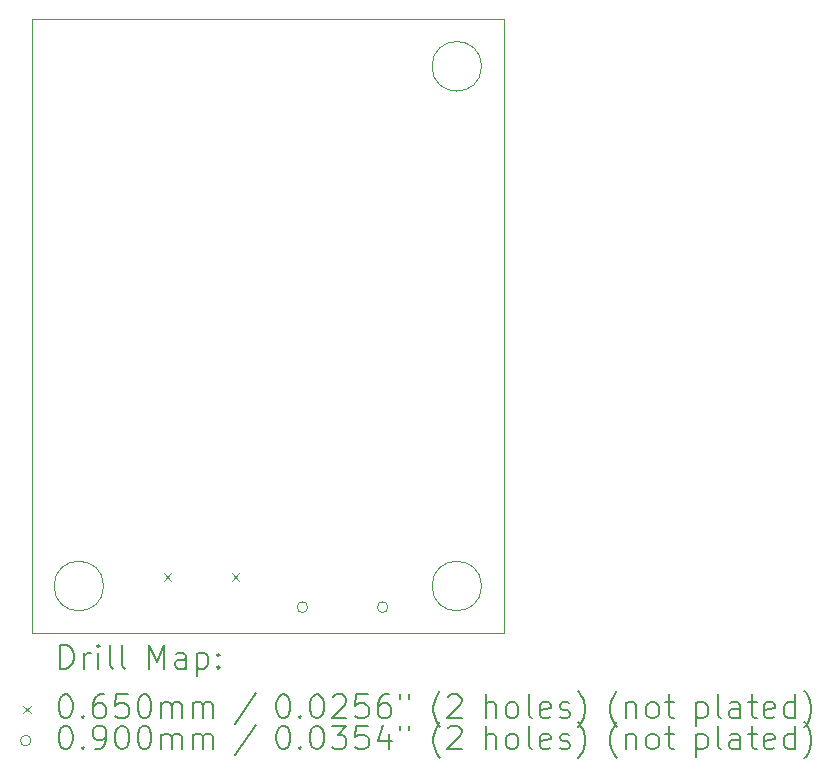
<source format=gbr>
%TF.GenerationSoftware,KiCad,Pcbnew,(7.0.0)*%
%TF.CreationDate,2023-06-08T15:27:54+08:00*%
%TF.ProjectId,Board_Car_V0_2,426f6172-645f-4436-9172-5f56305f322e,rev?*%
%TF.SameCoordinates,Original*%
%TF.FileFunction,Drillmap*%
%TF.FilePolarity,Positive*%
%FSLAX45Y45*%
G04 Gerber Fmt 4.5, Leading zero omitted, Abs format (unit mm)*
G04 Created by KiCad (PCBNEW (7.0.0)) date 2023-06-08 15:27:54*
%MOMM*%
%LPD*%
G01*
G04 APERTURE LIST*
%ADD10C,0.100000*%
%ADD11C,0.200000*%
%ADD12C,0.065000*%
%ADD13C,0.090000*%
G04 APERTURE END LIST*
D10*
X19910000Y-9600000D02*
G75*
G03*
X19910000Y-9600000I-210000J0D01*
G01*
X19910000Y-5200000D02*
G75*
G03*
X19910000Y-5200000I-210000J0D01*
G01*
X16710000Y-9600000D02*
G75*
G03*
X16710000Y-9600000I-210000J0D01*
G01*
X16100000Y-4800000D02*
X20100000Y-4800000D01*
X20100000Y-4800000D02*
X20100000Y-10000000D01*
X20100000Y-10000000D02*
X16100000Y-10000000D01*
X16100000Y-10000000D02*
X16100000Y-4800000D01*
D11*
D12*
X17217200Y-9492500D02*
X17282200Y-9557500D01*
X17282200Y-9492500D02*
X17217200Y-9557500D01*
X17795200Y-9492500D02*
X17860200Y-9557500D01*
X17860200Y-9492500D02*
X17795200Y-9557500D01*
D13*
X18437500Y-9779000D02*
G75*
G03*
X18437500Y-9779000I-45000J0D01*
G01*
X19117500Y-9779000D02*
G75*
G03*
X19117500Y-9779000I-45000J0D01*
G01*
D11*
X16342619Y-10298476D02*
X16342619Y-10098476D01*
X16342619Y-10098476D02*
X16390238Y-10098476D01*
X16390238Y-10098476D02*
X16418809Y-10108000D01*
X16418809Y-10108000D02*
X16437857Y-10127048D01*
X16437857Y-10127048D02*
X16447381Y-10146095D01*
X16447381Y-10146095D02*
X16456905Y-10184190D01*
X16456905Y-10184190D02*
X16456905Y-10212762D01*
X16456905Y-10212762D02*
X16447381Y-10250857D01*
X16447381Y-10250857D02*
X16437857Y-10269905D01*
X16437857Y-10269905D02*
X16418809Y-10288952D01*
X16418809Y-10288952D02*
X16390238Y-10298476D01*
X16390238Y-10298476D02*
X16342619Y-10298476D01*
X16542619Y-10298476D02*
X16542619Y-10165143D01*
X16542619Y-10203238D02*
X16552143Y-10184190D01*
X16552143Y-10184190D02*
X16561667Y-10174667D01*
X16561667Y-10174667D02*
X16580714Y-10165143D01*
X16580714Y-10165143D02*
X16599762Y-10165143D01*
X16666428Y-10298476D02*
X16666428Y-10165143D01*
X16666428Y-10098476D02*
X16656905Y-10108000D01*
X16656905Y-10108000D02*
X16666428Y-10117524D01*
X16666428Y-10117524D02*
X16675952Y-10108000D01*
X16675952Y-10108000D02*
X16666428Y-10098476D01*
X16666428Y-10098476D02*
X16666428Y-10117524D01*
X16790238Y-10298476D02*
X16771190Y-10288952D01*
X16771190Y-10288952D02*
X16761667Y-10269905D01*
X16761667Y-10269905D02*
X16761667Y-10098476D01*
X16895000Y-10298476D02*
X16875952Y-10288952D01*
X16875952Y-10288952D02*
X16866429Y-10269905D01*
X16866429Y-10269905D02*
X16866429Y-10098476D01*
X17091190Y-10298476D02*
X17091190Y-10098476D01*
X17091190Y-10098476D02*
X17157857Y-10241333D01*
X17157857Y-10241333D02*
X17224524Y-10098476D01*
X17224524Y-10098476D02*
X17224524Y-10298476D01*
X17405476Y-10298476D02*
X17405476Y-10193714D01*
X17405476Y-10193714D02*
X17395952Y-10174667D01*
X17395952Y-10174667D02*
X17376905Y-10165143D01*
X17376905Y-10165143D02*
X17338809Y-10165143D01*
X17338809Y-10165143D02*
X17319762Y-10174667D01*
X17405476Y-10288952D02*
X17386429Y-10298476D01*
X17386429Y-10298476D02*
X17338809Y-10298476D01*
X17338809Y-10298476D02*
X17319762Y-10288952D01*
X17319762Y-10288952D02*
X17310238Y-10269905D01*
X17310238Y-10269905D02*
X17310238Y-10250857D01*
X17310238Y-10250857D02*
X17319762Y-10231810D01*
X17319762Y-10231810D02*
X17338809Y-10222286D01*
X17338809Y-10222286D02*
X17386429Y-10222286D01*
X17386429Y-10222286D02*
X17405476Y-10212762D01*
X17500714Y-10165143D02*
X17500714Y-10365143D01*
X17500714Y-10174667D02*
X17519762Y-10165143D01*
X17519762Y-10165143D02*
X17557857Y-10165143D01*
X17557857Y-10165143D02*
X17576905Y-10174667D01*
X17576905Y-10174667D02*
X17586429Y-10184190D01*
X17586429Y-10184190D02*
X17595952Y-10203238D01*
X17595952Y-10203238D02*
X17595952Y-10260381D01*
X17595952Y-10260381D02*
X17586429Y-10279429D01*
X17586429Y-10279429D02*
X17576905Y-10288952D01*
X17576905Y-10288952D02*
X17557857Y-10298476D01*
X17557857Y-10298476D02*
X17519762Y-10298476D01*
X17519762Y-10298476D02*
X17500714Y-10288952D01*
X17681667Y-10279429D02*
X17691190Y-10288952D01*
X17691190Y-10288952D02*
X17681667Y-10298476D01*
X17681667Y-10298476D02*
X17672143Y-10288952D01*
X17672143Y-10288952D02*
X17681667Y-10279429D01*
X17681667Y-10279429D02*
X17681667Y-10298476D01*
X17681667Y-10174667D02*
X17691190Y-10184190D01*
X17691190Y-10184190D02*
X17681667Y-10193714D01*
X17681667Y-10193714D02*
X17672143Y-10184190D01*
X17672143Y-10184190D02*
X17681667Y-10174667D01*
X17681667Y-10174667D02*
X17681667Y-10193714D01*
D12*
X16030000Y-10612500D02*
X16095000Y-10677500D01*
X16095000Y-10612500D02*
X16030000Y-10677500D01*
D11*
X16380714Y-10518476D02*
X16399762Y-10518476D01*
X16399762Y-10518476D02*
X16418809Y-10528000D01*
X16418809Y-10528000D02*
X16428333Y-10537524D01*
X16428333Y-10537524D02*
X16437857Y-10556571D01*
X16437857Y-10556571D02*
X16447381Y-10594667D01*
X16447381Y-10594667D02*
X16447381Y-10642286D01*
X16447381Y-10642286D02*
X16437857Y-10680381D01*
X16437857Y-10680381D02*
X16428333Y-10699429D01*
X16428333Y-10699429D02*
X16418809Y-10708952D01*
X16418809Y-10708952D02*
X16399762Y-10718476D01*
X16399762Y-10718476D02*
X16380714Y-10718476D01*
X16380714Y-10718476D02*
X16361667Y-10708952D01*
X16361667Y-10708952D02*
X16352143Y-10699429D01*
X16352143Y-10699429D02*
X16342619Y-10680381D01*
X16342619Y-10680381D02*
X16333095Y-10642286D01*
X16333095Y-10642286D02*
X16333095Y-10594667D01*
X16333095Y-10594667D02*
X16342619Y-10556571D01*
X16342619Y-10556571D02*
X16352143Y-10537524D01*
X16352143Y-10537524D02*
X16361667Y-10528000D01*
X16361667Y-10528000D02*
X16380714Y-10518476D01*
X16533095Y-10699429D02*
X16542619Y-10708952D01*
X16542619Y-10708952D02*
X16533095Y-10718476D01*
X16533095Y-10718476D02*
X16523571Y-10708952D01*
X16523571Y-10708952D02*
X16533095Y-10699429D01*
X16533095Y-10699429D02*
X16533095Y-10718476D01*
X16714048Y-10518476D02*
X16675952Y-10518476D01*
X16675952Y-10518476D02*
X16656905Y-10528000D01*
X16656905Y-10528000D02*
X16647381Y-10537524D01*
X16647381Y-10537524D02*
X16628333Y-10566095D01*
X16628333Y-10566095D02*
X16618809Y-10604190D01*
X16618809Y-10604190D02*
X16618809Y-10680381D01*
X16618809Y-10680381D02*
X16628333Y-10699429D01*
X16628333Y-10699429D02*
X16637857Y-10708952D01*
X16637857Y-10708952D02*
X16656905Y-10718476D01*
X16656905Y-10718476D02*
X16695000Y-10718476D01*
X16695000Y-10718476D02*
X16714048Y-10708952D01*
X16714048Y-10708952D02*
X16723571Y-10699429D01*
X16723571Y-10699429D02*
X16733095Y-10680381D01*
X16733095Y-10680381D02*
X16733095Y-10632762D01*
X16733095Y-10632762D02*
X16723571Y-10613714D01*
X16723571Y-10613714D02*
X16714048Y-10604190D01*
X16714048Y-10604190D02*
X16695000Y-10594667D01*
X16695000Y-10594667D02*
X16656905Y-10594667D01*
X16656905Y-10594667D02*
X16637857Y-10604190D01*
X16637857Y-10604190D02*
X16628333Y-10613714D01*
X16628333Y-10613714D02*
X16618809Y-10632762D01*
X16914048Y-10518476D02*
X16818810Y-10518476D01*
X16818810Y-10518476D02*
X16809286Y-10613714D01*
X16809286Y-10613714D02*
X16818810Y-10604190D01*
X16818810Y-10604190D02*
X16837857Y-10594667D01*
X16837857Y-10594667D02*
X16885476Y-10594667D01*
X16885476Y-10594667D02*
X16904524Y-10604190D01*
X16904524Y-10604190D02*
X16914048Y-10613714D01*
X16914048Y-10613714D02*
X16923571Y-10632762D01*
X16923571Y-10632762D02*
X16923571Y-10680381D01*
X16923571Y-10680381D02*
X16914048Y-10699429D01*
X16914048Y-10699429D02*
X16904524Y-10708952D01*
X16904524Y-10708952D02*
X16885476Y-10718476D01*
X16885476Y-10718476D02*
X16837857Y-10718476D01*
X16837857Y-10718476D02*
X16818810Y-10708952D01*
X16818810Y-10708952D02*
X16809286Y-10699429D01*
X17047381Y-10518476D02*
X17066429Y-10518476D01*
X17066429Y-10518476D02*
X17085476Y-10528000D01*
X17085476Y-10528000D02*
X17095000Y-10537524D01*
X17095000Y-10537524D02*
X17104524Y-10556571D01*
X17104524Y-10556571D02*
X17114048Y-10594667D01*
X17114048Y-10594667D02*
X17114048Y-10642286D01*
X17114048Y-10642286D02*
X17104524Y-10680381D01*
X17104524Y-10680381D02*
X17095000Y-10699429D01*
X17095000Y-10699429D02*
X17085476Y-10708952D01*
X17085476Y-10708952D02*
X17066429Y-10718476D01*
X17066429Y-10718476D02*
X17047381Y-10718476D01*
X17047381Y-10718476D02*
X17028333Y-10708952D01*
X17028333Y-10708952D02*
X17018810Y-10699429D01*
X17018810Y-10699429D02*
X17009286Y-10680381D01*
X17009286Y-10680381D02*
X16999762Y-10642286D01*
X16999762Y-10642286D02*
X16999762Y-10594667D01*
X16999762Y-10594667D02*
X17009286Y-10556571D01*
X17009286Y-10556571D02*
X17018810Y-10537524D01*
X17018810Y-10537524D02*
X17028333Y-10528000D01*
X17028333Y-10528000D02*
X17047381Y-10518476D01*
X17199762Y-10718476D02*
X17199762Y-10585143D01*
X17199762Y-10604190D02*
X17209286Y-10594667D01*
X17209286Y-10594667D02*
X17228333Y-10585143D01*
X17228333Y-10585143D02*
X17256905Y-10585143D01*
X17256905Y-10585143D02*
X17275952Y-10594667D01*
X17275952Y-10594667D02*
X17285476Y-10613714D01*
X17285476Y-10613714D02*
X17285476Y-10718476D01*
X17285476Y-10613714D02*
X17295000Y-10594667D01*
X17295000Y-10594667D02*
X17314048Y-10585143D01*
X17314048Y-10585143D02*
X17342619Y-10585143D01*
X17342619Y-10585143D02*
X17361667Y-10594667D01*
X17361667Y-10594667D02*
X17371191Y-10613714D01*
X17371191Y-10613714D02*
X17371191Y-10718476D01*
X17466429Y-10718476D02*
X17466429Y-10585143D01*
X17466429Y-10604190D02*
X17475952Y-10594667D01*
X17475952Y-10594667D02*
X17495000Y-10585143D01*
X17495000Y-10585143D02*
X17523572Y-10585143D01*
X17523572Y-10585143D02*
X17542619Y-10594667D01*
X17542619Y-10594667D02*
X17552143Y-10613714D01*
X17552143Y-10613714D02*
X17552143Y-10718476D01*
X17552143Y-10613714D02*
X17561667Y-10594667D01*
X17561667Y-10594667D02*
X17580714Y-10585143D01*
X17580714Y-10585143D02*
X17609286Y-10585143D01*
X17609286Y-10585143D02*
X17628333Y-10594667D01*
X17628333Y-10594667D02*
X17637857Y-10613714D01*
X17637857Y-10613714D02*
X17637857Y-10718476D01*
X17995952Y-10508952D02*
X17824524Y-10766095D01*
X18220714Y-10518476D02*
X18239762Y-10518476D01*
X18239762Y-10518476D02*
X18258810Y-10528000D01*
X18258810Y-10528000D02*
X18268333Y-10537524D01*
X18268333Y-10537524D02*
X18277857Y-10556571D01*
X18277857Y-10556571D02*
X18287381Y-10594667D01*
X18287381Y-10594667D02*
X18287381Y-10642286D01*
X18287381Y-10642286D02*
X18277857Y-10680381D01*
X18277857Y-10680381D02*
X18268333Y-10699429D01*
X18268333Y-10699429D02*
X18258810Y-10708952D01*
X18258810Y-10708952D02*
X18239762Y-10718476D01*
X18239762Y-10718476D02*
X18220714Y-10718476D01*
X18220714Y-10718476D02*
X18201667Y-10708952D01*
X18201667Y-10708952D02*
X18192143Y-10699429D01*
X18192143Y-10699429D02*
X18182619Y-10680381D01*
X18182619Y-10680381D02*
X18173095Y-10642286D01*
X18173095Y-10642286D02*
X18173095Y-10594667D01*
X18173095Y-10594667D02*
X18182619Y-10556571D01*
X18182619Y-10556571D02*
X18192143Y-10537524D01*
X18192143Y-10537524D02*
X18201667Y-10528000D01*
X18201667Y-10528000D02*
X18220714Y-10518476D01*
X18373095Y-10699429D02*
X18382619Y-10708952D01*
X18382619Y-10708952D02*
X18373095Y-10718476D01*
X18373095Y-10718476D02*
X18363572Y-10708952D01*
X18363572Y-10708952D02*
X18373095Y-10699429D01*
X18373095Y-10699429D02*
X18373095Y-10718476D01*
X18506429Y-10518476D02*
X18525476Y-10518476D01*
X18525476Y-10518476D02*
X18544524Y-10528000D01*
X18544524Y-10528000D02*
X18554048Y-10537524D01*
X18554048Y-10537524D02*
X18563572Y-10556571D01*
X18563572Y-10556571D02*
X18573095Y-10594667D01*
X18573095Y-10594667D02*
X18573095Y-10642286D01*
X18573095Y-10642286D02*
X18563572Y-10680381D01*
X18563572Y-10680381D02*
X18554048Y-10699429D01*
X18554048Y-10699429D02*
X18544524Y-10708952D01*
X18544524Y-10708952D02*
X18525476Y-10718476D01*
X18525476Y-10718476D02*
X18506429Y-10718476D01*
X18506429Y-10718476D02*
X18487381Y-10708952D01*
X18487381Y-10708952D02*
X18477857Y-10699429D01*
X18477857Y-10699429D02*
X18468333Y-10680381D01*
X18468333Y-10680381D02*
X18458810Y-10642286D01*
X18458810Y-10642286D02*
X18458810Y-10594667D01*
X18458810Y-10594667D02*
X18468333Y-10556571D01*
X18468333Y-10556571D02*
X18477857Y-10537524D01*
X18477857Y-10537524D02*
X18487381Y-10528000D01*
X18487381Y-10528000D02*
X18506429Y-10518476D01*
X18649286Y-10537524D02*
X18658810Y-10528000D01*
X18658810Y-10528000D02*
X18677857Y-10518476D01*
X18677857Y-10518476D02*
X18725476Y-10518476D01*
X18725476Y-10518476D02*
X18744524Y-10528000D01*
X18744524Y-10528000D02*
X18754048Y-10537524D01*
X18754048Y-10537524D02*
X18763572Y-10556571D01*
X18763572Y-10556571D02*
X18763572Y-10575619D01*
X18763572Y-10575619D02*
X18754048Y-10604190D01*
X18754048Y-10604190D02*
X18639762Y-10718476D01*
X18639762Y-10718476D02*
X18763572Y-10718476D01*
X18944524Y-10518476D02*
X18849286Y-10518476D01*
X18849286Y-10518476D02*
X18839762Y-10613714D01*
X18839762Y-10613714D02*
X18849286Y-10604190D01*
X18849286Y-10604190D02*
X18868333Y-10594667D01*
X18868333Y-10594667D02*
X18915953Y-10594667D01*
X18915953Y-10594667D02*
X18935000Y-10604190D01*
X18935000Y-10604190D02*
X18944524Y-10613714D01*
X18944524Y-10613714D02*
X18954048Y-10632762D01*
X18954048Y-10632762D02*
X18954048Y-10680381D01*
X18954048Y-10680381D02*
X18944524Y-10699429D01*
X18944524Y-10699429D02*
X18935000Y-10708952D01*
X18935000Y-10708952D02*
X18915953Y-10718476D01*
X18915953Y-10718476D02*
X18868333Y-10718476D01*
X18868333Y-10718476D02*
X18849286Y-10708952D01*
X18849286Y-10708952D02*
X18839762Y-10699429D01*
X19125476Y-10518476D02*
X19087381Y-10518476D01*
X19087381Y-10518476D02*
X19068333Y-10528000D01*
X19068333Y-10528000D02*
X19058810Y-10537524D01*
X19058810Y-10537524D02*
X19039762Y-10566095D01*
X19039762Y-10566095D02*
X19030238Y-10604190D01*
X19030238Y-10604190D02*
X19030238Y-10680381D01*
X19030238Y-10680381D02*
X19039762Y-10699429D01*
X19039762Y-10699429D02*
X19049286Y-10708952D01*
X19049286Y-10708952D02*
X19068333Y-10718476D01*
X19068333Y-10718476D02*
X19106429Y-10718476D01*
X19106429Y-10718476D02*
X19125476Y-10708952D01*
X19125476Y-10708952D02*
X19135000Y-10699429D01*
X19135000Y-10699429D02*
X19144524Y-10680381D01*
X19144524Y-10680381D02*
X19144524Y-10632762D01*
X19144524Y-10632762D02*
X19135000Y-10613714D01*
X19135000Y-10613714D02*
X19125476Y-10604190D01*
X19125476Y-10604190D02*
X19106429Y-10594667D01*
X19106429Y-10594667D02*
X19068333Y-10594667D01*
X19068333Y-10594667D02*
X19049286Y-10604190D01*
X19049286Y-10604190D02*
X19039762Y-10613714D01*
X19039762Y-10613714D02*
X19030238Y-10632762D01*
X19220714Y-10518476D02*
X19220714Y-10556571D01*
X19296905Y-10518476D02*
X19296905Y-10556571D01*
X19559762Y-10794667D02*
X19550238Y-10785143D01*
X19550238Y-10785143D02*
X19531191Y-10756571D01*
X19531191Y-10756571D02*
X19521667Y-10737524D01*
X19521667Y-10737524D02*
X19512143Y-10708952D01*
X19512143Y-10708952D02*
X19502619Y-10661333D01*
X19502619Y-10661333D02*
X19502619Y-10623238D01*
X19502619Y-10623238D02*
X19512143Y-10575619D01*
X19512143Y-10575619D02*
X19521667Y-10547048D01*
X19521667Y-10547048D02*
X19531191Y-10528000D01*
X19531191Y-10528000D02*
X19550238Y-10499429D01*
X19550238Y-10499429D02*
X19559762Y-10489905D01*
X19626429Y-10537524D02*
X19635953Y-10528000D01*
X19635953Y-10528000D02*
X19655000Y-10518476D01*
X19655000Y-10518476D02*
X19702619Y-10518476D01*
X19702619Y-10518476D02*
X19721667Y-10528000D01*
X19721667Y-10528000D02*
X19731191Y-10537524D01*
X19731191Y-10537524D02*
X19740714Y-10556571D01*
X19740714Y-10556571D02*
X19740714Y-10575619D01*
X19740714Y-10575619D02*
X19731191Y-10604190D01*
X19731191Y-10604190D02*
X19616905Y-10718476D01*
X19616905Y-10718476D02*
X19740714Y-10718476D01*
X19946429Y-10718476D02*
X19946429Y-10518476D01*
X20032143Y-10718476D02*
X20032143Y-10613714D01*
X20032143Y-10613714D02*
X20022619Y-10594667D01*
X20022619Y-10594667D02*
X20003572Y-10585143D01*
X20003572Y-10585143D02*
X19975000Y-10585143D01*
X19975000Y-10585143D02*
X19955953Y-10594667D01*
X19955953Y-10594667D02*
X19946429Y-10604190D01*
X20155953Y-10718476D02*
X20136905Y-10708952D01*
X20136905Y-10708952D02*
X20127381Y-10699429D01*
X20127381Y-10699429D02*
X20117857Y-10680381D01*
X20117857Y-10680381D02*
X20117857Y-10623238D01*
X20117857Y-10623238D02*
X20127381Y-10604190D01*
X20127381Y-10604190D02*
X20136905Y-10594667D01*
X20136905Y-10594667D02*
X20155953Y-10585143D01*
X20155953Y-10585143D02*
X20184524Y-10585143D01*
X20184524Y-10585143D02*
X20203572Y-10594667D01*
X20203572Y-10594667D02*
X20213095Y-10604190D01*
X20213095Y-10604190D02*
X20222619Y-10623238D01*
X20222619Y-10623238D02*
X20222619Y-10680381D01*
X20222619Y-10680381D02*
X20213095Y-10699429D01*
X20213095Y-10699429D02*
X20203572Y-10708952D01*
X20203572Y-10708952D02*
X20184524Y-10718476D01*
X20184524Y-10718476D02*
X20155953Y-10718476D01*
X20336905Y-10718476D02*
X20317857Y-10708952D01*
X20317857Y-10708952D02*
X20308334Y-10689905D01*
X20308334Y-10689905D02*
X20308334Y-10518476D01*
X20489286Y-10708952D02*
X20470238Y-10718476D01*
X20470238Y-10718476D02*
X20432143Y-10718476D01*
X20432143Y-10718476D02*
X20413095Y-10708952D01*
X20413095Y-10708952D02*
X20403572Y-10689905D01*
X20403572Y-10689905D02*
X20403572Y-10613714D01*
X20403572Y-10613714D02*
X20413095Y-10594667D01*
X20413095Y-10594667D02*
X20432143Y-10585143D01*
X20432143Y-10585143D02*
X20470238Y-10585143D01*
X20470238Y-10585143D02*
X20489286Y-10594667D01*
X20489286Y-10594667D02*
X20498810Y-10613714D01*
X20498810Y-10613714D02*
X20498810Y-10632762D01*
X20498810Y-10632762D02*
X20403572Y-10651810D01*
X20575000Y-10708952D02*
X20594048Y-10718476D01*
X20594048Y-10718476D02*
X20632143Y-10718476D01*
X20632143Y-10718476D02*
X20651191Y-10708952D01*
X20651191Y-10708952D02*
X20660715Y-10689905D01*
X20660715Y-10689905D02*
X20660715Y-10680381D01*
X20660715Y-10680381D02*
X20651191Y-10661333D01*
X20651191Y-10661333D02*
X20632143Y-10651810D01*
X20632143Y-10651810D02*
X20603572Y-10651810D01*
X20603572Y-10651810D02*
X20584524Y-10642286D01*
X20584524Y-10642286D02*
X20575000Y-10623238D01*
X20575000Y-10623238D02*
X20575000Y-10613714D01*
X20575000Y-10613714D02*
X20584524Y-10594667D01*
X20584524Y-10594667D02*
X20603572Y-10585143D01*
X20603572Y-10585143D02*
X20632143Y-10585143D01*
X20632143Y-10585143D02*
X20651191Y-10594667D01*
X20727381Y-10794667D02*
X20736905Y-10785143D01*
X20736905Y-10785143D02*
X20755953Y-10756571D01*
X20755953Y-10756571D02*
X20765476Y-10737524D01*
X20765476Y-10737524D02*
X20775000Y-10708952D01*
X20775000Y-10708952D02*
X20784524Y-10661333D01*
X20784524Y-10661333D02*
X20784524Y-10623238D01*
X20784524Y-10623238D02*
X20775000Y-10575619D01*
X20775000Y-10575619D02*
X20765476Y-10547048D01*
X20765476Y-10547048D02*
X20755953Y-10528000D01*
X20755953Y-10528000D02*
X20736905Y-10499429D01*
X20736905Y-10499429D02*
X20727381Y-10489905D01*
X21056905Y-10794667D02*
X21047381Y-10785143D01*
X21047381Y-10785143D02*
X21028334Y-10756571D01*
X21028334Y-10756571D02*
X21018810Y-10737524D01*
X21018810Y-10737524D02*
X21009286Y-10708952D01*
X21009286Y-10708952D02*
X20999762Y-10661333D01*
X20999762Y-10661333D02*
X20999762Y-10623238D01*
X20999762Y-10623238D02*
X21009286Y-10575619D01*
X21009286Y-10575619D02*
X21018810Y-10547048D01*
X21018810Y-10547048D02*
X21028334Y-10528000D01*
X21028334Y-10528000D02*
X21047381Y-10499429D01*
X21047381Y-10499429D02*
X21056905Y-10489905D01*
X21133095Y-10585143D02*
X21133095Y-10718476D01*
X21133095Y-10604190D02*
X21142619Y-10594667D01*
X21142619Y-10594667D02*
X21161667Y-10585143D01*
X21161667Y-10585143D02*
X21190238Y-10585143D01*
X21190238Y-10585143D02*
X21209286Y-10594667D01*
X21209286Y-10594667D02*
X21218810Y-10613714D01*
X21218810Y-10613714D02*
X21218810Y-10718476D01*
X21342619Y-10718476D02*
X21323572Y-10708952D01*
X21323572Y-10708952D02*
X21314048Y-10699429D01*
X21314048Y-10699429D02*
X21304524Y-10680381D01*
X21304524Y-10680381D02*
X21304524Y-10623238D01*
X21304524Y-10623238D02*
X21314048Y-10604190D01*
X21314048Y-10604190D02*
X21323572Y-10594667D01*
X21323572Y-10594667D02*
X21342619Y-10585143D01*
X21342619Y-10585143D02*
X21371191Y-10585143D01*
X21371191Y-10585143D02*
X21390238Y-10594667D01*
X21390238Y-10594667D02*
X21399762Y-10604190D01*
X21399762Y-10604190D02*
X21409286Y-10623238D01*
X21409286Y-10623238D02*
X21409286Y-10680381D01*
X21409286Y-10680381D02*
X21399762Y-10699429D01*
X21399762Y-10699429D02*
X21390238Y-10708952D01*
X21390238Y-10708952D02*
X21371191Y-10718476D01*
X21371191Y-10718476D02*
X21342619Y-10718476D01*
X21466429Y-10585143D02*
X21542619Y-10585143D01*
X21495000Y-10518476D02*
X21495000Y-10689905D01*
X21495000Y-10689905D02*
X21504524Y-10708952D01*
X21504524Y-10708952D02*
X21523572Y-10718476D01*
X21523572Y-10718476D02*
X21542619Y-10718476D01*
X21729286Y-10585143D02*
X21729286Y-10785143D01*
X21729286Y-10594667D02*
X21748334Y-10585143D01*
X21748334Y-10585143D02*
X21786429Y-10585143D01*
X21786429Y-10585143D02*
X21805476Y-10594667D01*
X21805476Y-10594667D02*
X21815000Y-10604190D01*
X21815000Y-10604190D02*
X21824524Y-10623238D01*
X21824524Y-10623238D02*
X21824524Y-10680381D01*
X21824524Y-10680381D02*
X21815000Y-10699429D01*
X21815000Y-10699429D02*
X21805476Y-10708952D01*
X21805476Y-10708952D02*
X21786429Y-10718476D01*
X21786429Y-10718476D02*
X21748334Y-10718476D01*
X21748334Y-10718476D02*
X21729286Y-10708952D01*
X21938810Y-10718476D02*
X21919762Y-10708952D01*
X21919762Y-10708952D02*
X21910238Y-10689905D01*
X21910238Y-10689905D02*
X21910238Y-10518476D01*
X22100715Y-10718476D02*
X22100715Y-10613714D01*
X22100715Y-10613714D02*
X22091191Y-10594667D01*
X22091191Y-10594667D02*
X22072143Y-10585143D01*
X22072143Y-10585143D02*
X22034048Y-10585143D01*
X22034048Y-10585143D02*
X22015000Y-10594667D01*
X22100715Y-10708952D02*
X22081667Y-10718476D01*
X22081667Y-10718476D02*
X22034048Y-10718476D01*
X22034048Y-10718476D02*
X22015000Y-10708952D01*
X22015000Y-10708952D02*
X22005476Y-10689905D01*
X22005476Y-10689905D02*
X22005476Y-10670857D01*
X22005476Y-10670857D02*
X22015000Y-10651810D01*
X22015000Y-10651810D02*
X22034048Y-10642286D01*
X22034048Y-10642286D02*
X22081667Y-10642286D01*
X22081667Y-10642286D02*
X22100715Y-10632762D01*
X22167381Y-10585143D02*
X22243572Y-10585143D01*
X22195953Y-10518476D02*
X22195953Y-10689905D01*
X22195953Y-10689905D02*
X22205476Y-10708952D01*
X22205476Y-10708952D02*
X22224524Y-10718476D01*
X22224524Y-10718476D02*
X22243572Y-10718476D01*
X22386429Y-10708952D02*
X22367381Y-10718476D01*
X22367381Y-10718476D02*
X22329286Y-10718476D01*
X22329286Y-10718476D02*
X22310238Y-10708952D01*
X22310238Y-10708952D02*
X22300715Y-10689905D01*
X22300715Y-10689905D02*
X22300715Y-10613714D01*
X22300715Y-10613714D02*
X22310238Y-10594667D01*
X22310238Y-10594667D02*
X22329286Y-10585143D01*
X22329286Y-10585143D02*
X22367381Y-10585143D01*
X22367381Y-10585143D02*
X22386429Y-10594667D01*
X22386429Y-10594667D02*
X22395953Y-10613714D01*
X22395953Y-10613714D02*
X22395953Y-10632762D01*
X22395953Y-10632762D02*
X22300715Y-10651810D01*
X22567381Y-10718476D02*
X22567381Y-10518476D01*
X22567381Y-10708952D02*
X22548334Y-10718476D01*
X22548334Y-10718476D02*
X22510238Y-10718476D01*
X22510238Y-10718476D02*
X22491191Y-10708952D01*
X22491191Y-10708952D02*
X22481667Y-10699429D01*
X22481667Y-10699429D02*
X22472143Y-10680381D01*
X22472143Y-10680381D02*
X22472143Y-10623238D01*
X22472143Y-10623238D02*
X22481667Y-10604190D01*
X22481667Y-10604190D02*
X22491191Y-10594667D01*
X22491191Y-10594667D02*
X22510238Y-10585143D01*
X22510238Y-10585143D02*
X22548334Y-10585143D01*
X22548334Y-10585143D02*
X22567381Y-10594667D01*
X22643572Y-10794667D02*
X22653095Y-10785143D01*
X22653095Y-10785143D02*
X22672143Y-10756571D01*
X22672143Y-10756571D02*
X22681667Y-10737524D01*
X22681667Y-10737524D02*
X22691191Y-10708952D01*
X22691191Y-10708952D02*
X22700714Y-10661333D01*
X22700714Y-10661333D02*
X22700714Y-10623238D01*
X22700714Y-10623238D02*
X22691191Y-10575619D01*
X22691191Y-10575619D02*
X22681667Y-10547048D01*
X22681667Y-10547048D02*
X22672143Y-10528000D01*
X22672143Y-10528000D02*
X22653095Y-10499429D01*
X22653095Y-10499429D02*
X22643572Y-10489905D01*
D13*
X16095000Y-10909000D02*
G75*
G03*
X16095000Y-10909000I-45000J0D01*
G01*
D11*
X16380714Y-10782476D02*
X16399762Y-10782476D01*
X16399762Y-10782476D02*
X16418809Y-10792000D01*
X16418809Y-10792000D02*
X16428333Y-10801524D01*
X16428333Y-10801524D02*
X16437857Y-10820571D01*
X16437857Y-10820571D02*
X16447381Y-10858667D01*
X16447381Y-10858667D02*
X16447381Y-10906286D01*
X16447381Y-10906286D02*
X16437857Y-10944381D01*
X16437857Y-10944381D02*
X16428333Y-10963429D01*
X16428333Y-10963429D02*
X16418809Y-10972952D01*
X16418809Y-10972952D02*
X16399762Y-10982476D01*
X16399762Y-10982476D02*
X16380714Y-10982476D01*
X16380714Y-10982476D02*
X16361667Y-10972952D01*
X16361667Y-10972952D02*
X16352143Y-10963429D01*
X16352143Y-10963429D02*
X16342619Y-10944381D01*
X16342619Y-10944381D02*
X16333095Y-10906286D01*
X16333095Y-10906286D02*
X16333095Y-10858667D01*
X16333095Y-10858667D02*
X16342619Y-10820571D01*
X16342619Y-10820571D02*
X16352143Y-10801524D01*
X16352143Y-10801524D02*
X16361667Y-10792000D01*
X16361667Y-10792000D02*
X16380714Y-10782476D01*
X16533095Y-10963429D02*
X16542619Y-10972952D01*
X16542619Y-10972952D02*
X16533095Y-10982476D01*
X16533095Y-10982476D02*
X16523571Y-10972952D01*
X16523571Y-10972952D02*
X16533095Y-10963429D01*
X16533095Y-10963429D02*
X16533095Y-10982476D01*
X16637857Y-10982476D02*
X16675952Y-10982476D01*
X16675952Y-10982476D02*
X16695000Y-10972952D01*
X16695000Y-10972952D02*
X16704524Y-10963429D01*
X16704524Y-10963429D02*
X16723571Y-10934857D01*
X16723571Y-10934857D02*
X16733095Y-10896762D01*
X16733095Y-10896762D02*
X16733095Y-10820571D01*
X16733095Y-10820571D02*
X16723571Y-10801524D01*
X16723571Y-10801524D02*
X16714048Y-10792000D01*
X16714048Y-10792000D02*
X16695000Y-10782476D01*
X16695000Y-10782476D02*
X16656905Y-10782476D01*
X16656905Y-10782476D02*
X16637857Y-10792000D01*
X16637857Y-10792000D02*
X16628333Y-10801524D01*
X16628333Y-10801524D02*
X16618809Y-10820571D01*
X16618809Y-10820571D02*
X16618809Y-10868190D01*
X16618809Y-10868190D02*
X16628333Y-10887238D01*
X16628333Y-10887238D02*
X16637857Y-10896762D01*
X16637857Y-10896762D02*
X16656905Y-10906286D01*
X16656905Y-10906286D02*
X16695000Y-10906286D01*
X16695000Y-10906286D02*
X16714048Y-10896762D01*
X16714048Y-10896762D02*
X16723571Y-10887238D01*
X16723571Y-10887238D02*
X16733095Y-10868190D01*
X16856905Y-10782476D02*
X16875952Y-10782476D01*
X16875952Y-10782476D02*
X16895000Y-10792000D01*
X16895000Y-10792000D02*
X16904524Y-10801524D01*
X16904524Y-10801524D02*
X16914048Y-10820571D01*
X16914048Y-10820571D02*
X16923571Y-10858667D01*
X16923571Y-10858667D02*
X16923571Y-10906286D01*
X16923571Y-10906286D02*
X16914048Y-10944381D01*
X16914048Y-10944381D02*
X16904524Y-10963429D01*
X16904524Y-10963429D02*
X16895000Y-10972952D01*
X16895000Y-10972952D02*
X16875952Y-10982476D01*
X16875952Y-10982476D02*
X16856905Y-10982476D01*
X16856905Y-10982476D02*
X16837857Y-10972952D01*
X16837857Y-10972952D02*
X16828333Y-10963429D01*
X16828333Y-10963429D02*
X16818810Y-10944381D01*
X16818810Y-10944381D02*
X16809286Y-10906286D01*
X16809286Y-10906286D02*
X16809286Y-10858667D01*
X16809286Y-10858667D02*
X16818810Y-10820571D01*
X16818810Y-10820571D02*
X16828333Y-10801524D01*
X16828333Y-10801524D02*
X16837857Y-10792000D01*
X16837857Y-10792000D02*
X16856905Y-10782476D01*
X17047381Y-10782476D02*
X17066429Y-10782476D01*
X17066429Y-10782476D02*
X17085476Y-10792000D01*
X17085476Y-10792000D02*
X17095000Y-10801524D01*
X17095000Y-10801524D02*
X17104524Y-10820571D01*
X17104524Y-10820571D02*
X17114048Y-10858667D01*
X17114048Y-10858667D02*
X17114048Y-10906286D01*
X17114048Y-10906286D02*
X17104524Y-10944381D01*
X17104524Y-10944381D02*
X17095000Y-10963429D01*
X17095000Y-10963429D02*
X17085476Y-10972952D01*
X17085476Y-10972952D02*
X17066429Y-10982476D01*
X17066429Y-10982476D02*
X17047381Y-10982476D01*
X17047381Y-10982476D02*
X17028333Y-10972952D01*
X17028333Y-10972952D02*
X17018810Y-10963429D01*
X17018810Y-10963429D02*
X17009286Y-10944381D01*
X17009286Y-10944381D02*
X16999762Y-10906286D01*
X16999762Y-10906286D02*
X16999762Y-10858667D01*
X16999762Y-10858667D02*
X17009286Y-10820571D01*
X17009286Y-10820571D02*
X17018810Y-10801524D01*
X17018810Y-10801524D02*
X17028333Y-10792000D01*
X17028333Y-10792000D02*
X17047381Y-10782476D01*
X17199762Y-10982476D02*
X17199762Y-10849143D01*
X17199762Y-10868190D02*
X17209286Y-10858667D01*
X17209286Y-10858667D02*
X17228333Y-10849143D01*
X17228333Y-10849143D02*
X17256905Y-10849143D01*
X17256905Y-10849143D02*
X17275952Y-10858667D01*
X17275952Y-10858667D02*
X17285476Y-10877714D01*
X17285476Y-10877714D02*
X17285476Y-10982476D01*
X17285476Y-10877714D02*
X17295000Y-10858667D01*
X17295000Y-10858667D02*
X17314048Y-10849143D01*
X17314048Y-10849143D02*
X17342619Y-10849143D01*
X17342619Y-10849143D02*
X17361667Y-10858667D01*
X17361667Y-10858667D02*
X17371191Y-10877714D01*
X17371191Y-10877714D02*
X17371191Y-10982476D01*
X17466429Y-10982476D02*
X17466429Y-10849143D01*
X17466429Y-10868190D02*
X17475952Y-10858667D01*
X17475952Y-10858667D02*
X17495000Y-10849143D01*
X17495000Y-10849143D02*
X17523572Y-10849143D01*
X17523572Y-10849143D02*
X17542619Y-10858667D01*
X17542619Y-10858667D02*
X17552143Y-10877714D01*
X17552143Y-10877714D02*
X17552143Y-10982476D01*
X17552143Y-10877714D02*
X17561667Y-10858667D01*
X17561667Y-10858667D02*
X17580714Y-10849143D01*
X17580714Y-10849143D02*
X17609286Y-10849143D01*
X17609286Y-10849143D02*
X17628333Y-10858667D01*
X17628333Y-10858667D02*
X17637857Y-10877714D01*
X17637857Y-10877714D02*
X17637857Y-10982476D01*
X17995952Y-10772952D02*
X17824524Y-11030095D01*
X18220714Y-10782476D02*
X18239762Y-10782476D01*
X18239762Y-10782476D02*
X18258810Y-10792000D01*
X18258810Y-10792000D02*
X18268333Y-10801524D01*
X18268333Y-10801524D02*
X18277857Y-10820571D01*
X18277857Y-10820571D02*
X18287381Y-10858667D01*
X18287381Y-10858667D02*
X18287381Y-10906286D01*
X18287381Y-10906286D02*
X18277857Y-10944381D01*
X18277857Y-10944381D02*
X18268333Y-10963429D01*
X18268333Y-10963429D02*
X18258810Y-10972952D01*
X18258810Y-10972952D02*
X18239762Y-10982476D01*
X18239762Y-10982476D02*
X18220714Y-10982476D01*
X18220714Y-10982476D02*
X18201667Y-10972952D01*
X18201667Y-10972952D02*
X18192143Y-10963429D01*
X18192143Y-10963429D02*
X18182619Y-10944381D01*
X18182619Y-10944381D02*
X18173095Y-10906286D01*
X18173095Y-10906286D02*
X18173095Y-10858667D01*
X18173095Y-10858667D02*
X18182619Y-10820571D01*
X18182619Y-10820571D02*
X18192143Y-10801524D01*
X18192143Y-10801524D02*
X18201667Y-10792000D01*
X18201667Y-10792000D02*
X18220714Y-10782476D01*
X18373095Y-10963429D02*
X18382619Y-10972952D01*
X18382619Y-10972952D02*
X18373095Y-10982476D01*
X18373095Y-10982476D02*
X18363572Y-10972952D01*
X18363572Y-10972952D02*
X18373095Y-10963429D01*
X18373095Y-10963429D02*
X18373095Y-10982476D01*
X18506429Y-10782476D02*
X18525476Y-10782476D01*
X18525476Y-10782476D02*
X18544524Y-10792000D01*
X18544524Y-10792000D02*
X18554048Y-10801524D01*
X18554048Y-10801524D02*
X18563572Y-10820571D01*
X18563572Y-10820571D02*
X18573095Y-10858667D01*
X18573095Y-10858667D02*
X18573095Y-10906286D01*
X18573095Y-10906286D02*
X18563572Y-10944381D01*
X18563572Y-10944381D02*
X18554048Y-10963429D01*
X18554048Y-10963429D02*
X18544524Y-10972952D01*
X18544524Y-10972952D02*
X18525476Y-10982476D01*
X18525476Y-10982476D02*
X18506429Y-10982476D01*
X18506429Y-10982476D02*
X18487381Y-10972952D01*
X18487381Y-10972952D02*
X18477857Y-10963429D01*
X18477857Y-10963429D02*
X18468333Y-10944381D01*
X18468333Y-10944381D02*
X18458810Y-10906286D01*
X18458810Y-10906286D02*
X18458810Y-10858667D01*
X18458810Y-10858667D02*
X18468333Y-10820571D01*
X18468333Y-10820571D02*
X18477857Y-10801524D01*
X18477857Y-10801524D02*
X18487381Y-10792000D01*
X18487381Y-10792000D02*
X18506429Y-10782476D01*
X18639762Y-10782476D02*
X18763572Y-10782476D01*
X18763572Y-10782476D02*
X18696905Y-10858667D01*
X18696905Y-10858667D02*
X18725476Y-10858667D01*
X18725476Y-10858667D02*
X18744524Y-10868190D01*
X18744524Y-10868190D02*
X18754048Y-10877714D01*
X18754048Y-10877714D02*
X18763572Y-10896762D01*
X18763572Y-10896762D02*
X18763572Y-10944381D01*
X18763572Y-10944381D02*
X18754048Y-10963429D01*
X18754048Y-10963429D02*
X18744524Y-10972952D01*
X18744524Y-10972952D02*
X18725476Y-10982476D01*
X18725476Y-10982476D02*
X18668333Y-10982476D01*
X18668333Y-10982476D02*
X18649286Y-10972952D01*
X18649286Y-10972952D02*
X18639762Y-10963429D01*
X18944524Y-10782476D02*
X18849286Y-10782476D01*
X18849286Y-10782476D02*
X18839762Y-10877714D01*
X18839762Y-10877714D02*
X18849286Y-10868190D01*
X18849286Y-10868190D02*
X18868333Y-10858667D01*
X18868333Y-10858667D02*
X18915953Y-10858667D01*
X18915953Y-10858667D02*
X18935000Y-10868190D01*
X18935000Y-10868190D02*
X18944524Y-10877714D01*
X18944524Y-10877714D02*
X18954048Y-10896762D01*
X18954048Y-10896762D02*
X18954048Y-10944381D01*
X18954048Y-10944381D02*
X18944524Y-10963429D01*
X18944524Y-10963429D02*
X18935000Y-10972952D01*
X18935000Y-10972952D02*
X18915953Y-10982476D01*
X18915953Y-10982476D02*
X18868333Y-10982476D01*
X18868333Y-10982476D02*
X18849286Y-10972952D01*
X18849286Y-10972952D02*
X18839762Y-10963429D01*
X19125476Y-10849143D02*
X19125476Y-10982476D01*
X19077857Y-10772952D02*
X19030238Y-10915810D01*
X19030238Y-10915810D02*
X19154048Y-10915810D01*
X19220714Y-10782476D02*
X19220714Y-10820571D01*
X19296905Y-10782476D02*
X19296905Y-10820571D01*
X19559762Y-11058667D02*
X19550238Y-11049143D01*
X19550238Y-11049143D02*
X19531191Y-11020571D01*
X19531191Y-11020571D02*
X19521667Y-11001524D01*
X19521667Y-11001524D02*
X19512143Y-10972952D01*
X19512143Y-10972952D02*
X19502619Y-10925333D01*
X19502619Y-10925333D02*
X19502619Y-10887238D01*
X19502619Y-10887238D02*
X19512143Y-10839619D01*
X19512143Y-10839619D02*
X19521667Y-10811048D01*
X19521667Y-10811048D02*
X19531191Y-10792000D01*
X19531191Y-10792000D02*
X19550238Y-10763429D01*
X19550238Y-10763429D02*
X19559762Y-10753905D01*
X19626429Y-10801524D02*
X19635953Y-10792000D01*
X19635953Y-10792000D02*
X19655000Y-10782476D01*
X19655000Y-10782476D02*
X19702619Y-10782476D01*
X19702619Y-10782476D02*
X19721667Y-10792000D01*
X19721667Y-10792000D02*
X19731191Y-10801524D01*
X19731191Y-10801524D02*
X19740714Y-10820571D01*
X19740714Y-10820571D02*
X19740714Y-10839619D01*
X19740714Y-10839619D02*
X19731191Y-10868190D01*
X19731191Y-10868190D02*
X19616905Y-10982476D01*
X19616905Y-10982476D02*
X19740714Y-10982476D01*
X19946429Y-10982476D02*
X19946429Y-10782476D01*
X20032143Y-10982476D02*
X20032143Y-10877714D01*
X20032143Y-10877714D02*
X20022619Y-10858667D01*
X20022619Y-10858667D02*
X20003572Y-10849143D01*
X20003572Y-10849143D02*
X19975000Y-10849143D01*
X19975000Y-10849143D02*
X19955953Y-10858667D01*
X19955953Y-10858667D02*
X19946429Y-10868190D01*
X20155953Y-10982476D02*
X20136905Y-10972952D01*
X20136905Y-10972952D02*
X20127381Y-10963429D01*
X20127381Y-10963429D02*
X20117857Y-10944381D01*
X20117857Y-10944381D02*
X20117857Y-10887238D01*
X20117857Y-10887238D02*
X20127381Y-10868190D01*
X20127381Y-10868190D02*
X20136905Y-10858667D01*
X20136905Y-10858667D02*
X20155953Y-10849143D01*
X20155953Y-10849143D02*
X20184524Y-10849143D01*
X20184524Y-10849143D02*
X20203572Y-10858667D01*
X20203572Y-10858667D02*
X20213095Y-10868190D01*
X20213095Y-10868190D02*
X20222619Y-10887238D01*
X20222619Y-10887238D02*
X20222619Y-10944381D01*
X20222619Y-10944381D02*
X20213095Y-10963429D01*
X20213095Y-10963429D02*
X20203572Y-10972952D01*
X20203572Y-10972952D02*
X20184524Y-10982476D01*
X20184524Y-10982476D02*
X20155953Y-10982476D01*
X20336905Y-10982476D02*
X20317857Y-10972952D01*
X20317857Y-10972952D02*
X20308334Y-10953905D01*
X20308334Y-10953905D02*
X20308334Y-10782476D01*
X20489286Y-10972952D02*
X20470238Y-10982476D01*
X20470238Y-10982476D02*
X20432143Y-10982476D01*
X20432143Y-10982476D02*
X20413095Y-10972952D01*
X20413095Y-10972952D02*
X20403572Y-10953905D01*
X20403572Y-10953905D02*
X20403572Y-10877714D01*
X20403572Y-10877714D02*
X20413095Y-10858667D01*
X20413095Y-10858667D02*
X20432143Y-10849143D01*
X20432143Y-10849143D02*
X20470238Y-10849143D01*
X20470238Y-10849143D02*
X20489286Y-10858667D01*
X20489286Y-10858667D02*
X20498810Y-10877714D01*
X20498810Y-10877714D02*
X20498810Y-10896762D01*
X20498810Y-10896762D02*
X20403572Y-10915810D01*
X20575000Y-10972952D02*
X20594048Y-10982476D01*
X20594048Y-10982476D02*
X20632143Y-10982476D01*
X20632143Y-10982476D02*
X20651191Y-10972952D01*
X20651191Y-10972952D02*
X20660715Y-10953905D01*
X20660715Y-10953905D02*
X20660715Y-10944381D01*
X20660715Y-10944381D02*
X20651191Y-10925333D01*
X20651191Y-10925333D02*
X20632143Y-10915810D01*
X20632143Y-10915810D02*
X20603572Y-10915810D01*
X20603572Y-10915810D02*
X20584524Y-10906286D01*
X20584524Y-10906286D02*
X20575000Y-10887238D01*
X20575000Y-10887238D02*
X20575000Y-10877714D01*
X20575000Y-10877714D02*
X20584524Y-10858667D01*
X20584524Y-10858667D02*
X20603572Y-10849143D01*
X20603572Y-10849143D02*
X20632143Y-10849143D01*
X20632143Y-10849143D02*
X20651191Y-10858667D01*
X20727381Y-11058667D02*
X20736905Y-11049143D01*
X20736905Y-11049143D02*
X20755953Y-11020571D01*
X20755953Y-11020571D02*
X20765476Y-11001524D01*
X20765476Y-11001524D02*
X20775000Y-10972952D01*
X20775000Y-10972952D02*
X20784524Y-10925333D01*
X20784524Y-10925333D02*
X20784524Y-10887238D01*
X20784524Y-10887238D02*
X20775000Y-10839619D01*
X20775000Y-10839619D02*
X20765476Y-10811048D01*
X20765476Y-10811048D02*
X20755953Y-10792000D01*
X20755953Y-10792000D02*
X20736905Y-10763429D01*
X20736905Y-10763429D02*
X20727381Y-10753905D01*
X21056905Y-11058667D02*
X21047381Y-11049143D01*
X21047381Y-11049143D02*
X21028334Y-11020571D01*
X21028334Y-11020571D02*
X21018810Y-11001524D01*
X21018810Y-11001524D02*
X21009286Y-10972952D01*
X21009286Y-10972952D02*
X20999762Y-10925333D01*
X20999762Y-10925333D02*
X20999762Y-10887238D01*
X20999762Y-10887238D02*
X21009286Y-10839619D01*
X21009286Y-10839619D02*
X21018810Y-10811048D01*
X21018810Y-10811048D02*
X21028334Y-10792000D01*
X21028334Y-10792000D02*
X21047381Y-10763429D01*
X21047381Y-10763429D02*
X21056905Y-10753905D01*
X21133095Y-10849143D02*
X21133095Y-10982476D01*
X21133095Y-10868190D02*
X21142619Y-10858667D01*
X21142619Y-10858667D02*
X21161667Y-10849143D01*
X21161667Y-10849143D02*
X21190238Y-10849143D01*
X21190238Y-10849143D02*
X21209286Y-10858667D01*
X21209286Y-10858667D02*
X21218810Y-10877714D01*
X21218810Y-10877714D02*
X21218810Y-10982476D01*
X21342619Y-10982476D02*
X21323572Y-10972952D01*
X21323572Y-10972952D02*
X21314048Y-10963429D01*
X21314048Y-10963429D02*
X21304524Y-10944381D01*
X21304524Y-10944381D02*
X21304524Y-10887238D01*
X21304524Y-10887238D02*
X21314048Y-10868190D01*
X21314048Y-10868190D02*
X21323572Y-10858667D01*
X21323572Y-10858667D02*
X21342619Y-10849143D01*
X21342619Y-10849143D02*
X21371191Y-10849143D01*
X21371191Y-10849143D02*
X21390238Y-10858667D01*
X21390238Y-10858667D02*
X21399762Y-10868190D01*
X21399762Y-10868190D02*
X21409286Y-10887238D01*
X21409286Y-10887238D02*
X21409286Y-10944381D01*
X21409286Y-10944381D02*
X21399762Y-10963429D01*
X21399762Y-10963429D02*
X21390238Y-10972952D01*
X21390238Y-10972952D02*
X21371191Y-10982476D01*
X21371191Y-10982476D02*
X21342619Y-10982476D01*
X21466429Y-10849143D02*
X21542619Y-10849143D01*
X21495000Y-10782476D02*
X21495000Y-10953905D01*
X21495000Y-10953905D02*
X21504524Y-10972952D01*
X21504524Y-10972952D02*
X21523572Y-10982476D01*
X21523572Y-10982476D02*
X21542619Y-10982476D01*
X21729286Y-10849143D02*
X21729286Y-11049143D01*
X21729286Y-10858667D02*
X21748334Y-10849143D01*
X21748334Y-10849143D02*
X21786429Y-10849143D01*
X21786429Y-10849143D02*
X21805476Y-10858667D01*
X21805476Y-10858667D02*
X21815000Y-10868190D01*
X21815000Y-10868190D02*
X21824524Y-10887238D01*
X21824524Y-10887238D02*
X21824524Y-10944381D01*
X21824524Y-10944381D02*
X21815000Y-10963429D01*
X21815000Y-10963429D02*
X21805476Y-10972952D01*
X21805476Y-10972952D02*
X21786429Y-10982476D01*
X21786429Y-10982476D02*
X21748334Y-10982476D01*
X21748334Y-10982476D02*
X21729286Y-10972952D01*
X21938810Y-10982476D02*
X21919762Y-10972952D01*
X21919762Y-10972952D02*
X21910238Y-10953905D01*
X21910238Y-10953905D02*
X21910238Y-10782476D01*
X22100715Y-10982476D02*
X22100715Y-10877714D01*
X22100715Y-10877714D02*
X22091191Y-10858667D01*
X22091191Y-10858667D02*
X22072143Y-10849143D01*
X22072143Y-10849143D02*
X22034048Y-10849143D01*
X22034048Y-10849143D02*
X22015000Y-10858667D01*
X22100715Y-10972952D02*
X22081667Y-10982476D01*
X22081667Y-10982476D02*
X22034048Y-10982476D01*
X22034048Y-10982476D02*
X22015000Y-10972952D01*
X22015000Y-10972952D02*
X22005476Y-10953905D01*
X22005476Y-10953905D02*
X22005476Y-10934857D01*
X22005476Y-10934857D02*
X22015000Y-10915810D01*
X22015000Y-10915810D02*
X22034048Y-10906286D01*
X22034048Y-10906286D02*
X22081667Y-10906286D01*
X22081667Y-10906286D02*
X22100715Y-10896762D01*
X22167381Y-10849143D02*
X22243572Y-10849143D01*
X22195953Y-10782476D02*
X22195953Y-10953905D01*
X22195953Y-10953905D02*
X22205476Y-10972952D01*
X22205476Y-10972952D02*
X22224524Y-10982476D01*
X22224524Y-10982476D02*
X22243572Y-10982476D01*
X22386429Y-10972952D02*
X22367381Y-10982476D01*
X22367381Y-10982476D02*
X22329286Y-10982476D01*
X22329286Y-10982476D02*
X22310238Y-10972952D01*
X22310238Y-10972952D02*
X22300715Y-10953905D01*
X22300715Y-10953905D02*
X22300715Y-10877714D01*
X22300715Y-10877714D02*
X22310238Y-10858667D01*
X22310238Y-10858667D02*
X22329286Y-10849143D01*
X22329286Y-10849143D02*
X22367381Y-10849143D01*
X22367381Y-10849143D02*
X22386429Y-10858667D01*
X22386429Y-10858667D02*
X22395953Y-10877714D01*
X22395953Y-10877714D02*
X22395953Y-10896762D01*
X22395953Y-10896762D02*
X22300715Y-10915810D01*
X22567381Y-10982476D02*
X22567381Y-10782476D01*
X22567381Y-10972952D02*
X22548334Y-10982476D01*
X22548334Y-10982476D02*
X22510238Y-10982476D01*
X22510238Y-10982476D02*
X22491191Y-10972952D01*
X22491191Y-10972952D02*
X22481667Y-10963429D01*
X22481667Y-10963429D02*
X22472143Y-10944381D01*
X22472143Y-10944381D02*
X22472143Y-10887238D01*
X22472143Y-10887238D02*
X22481667Y-10868190D01*
X22481667Y-10868190D02*
X22491191Y-10858667D01*
X22491191Y-10858667D02*
X22510238Y-10849143D01*
X22510238Y-10849143D02*
X22548334Y-10849143D01*
X22548334Y-10849143D02*
X22567381Y-10858667D01*
X22643572Y-11058667D02*
X22653095Y-11049143D01*
X22653095Y-11049143D02*
X22672143Y-11020571D01*
X22672143Y-11020571D02*
X22681667Y-11001524D01*
X22681667Y-11001524D02*
X22691191Y-10972952D01*
X22691191Y-10972952D02*
X22700714Y-10925333D01*
X22700714Y-10925333D02*
X22700714Y-10887238D01*
X22700714Y-10887238D02*
X22691191Y-10839619D01*
X22691191Y-10839619D02*
X22681667Y-10811048D01*
X22681667Y-10811048D02*
X22672143Y-10792000D01*
X22672143Y-10792000D02*
X22653095Y-10763429D01*
X22653095Y-10763429D02*
X22643572Y-10753905D01*
M02*

</source>
